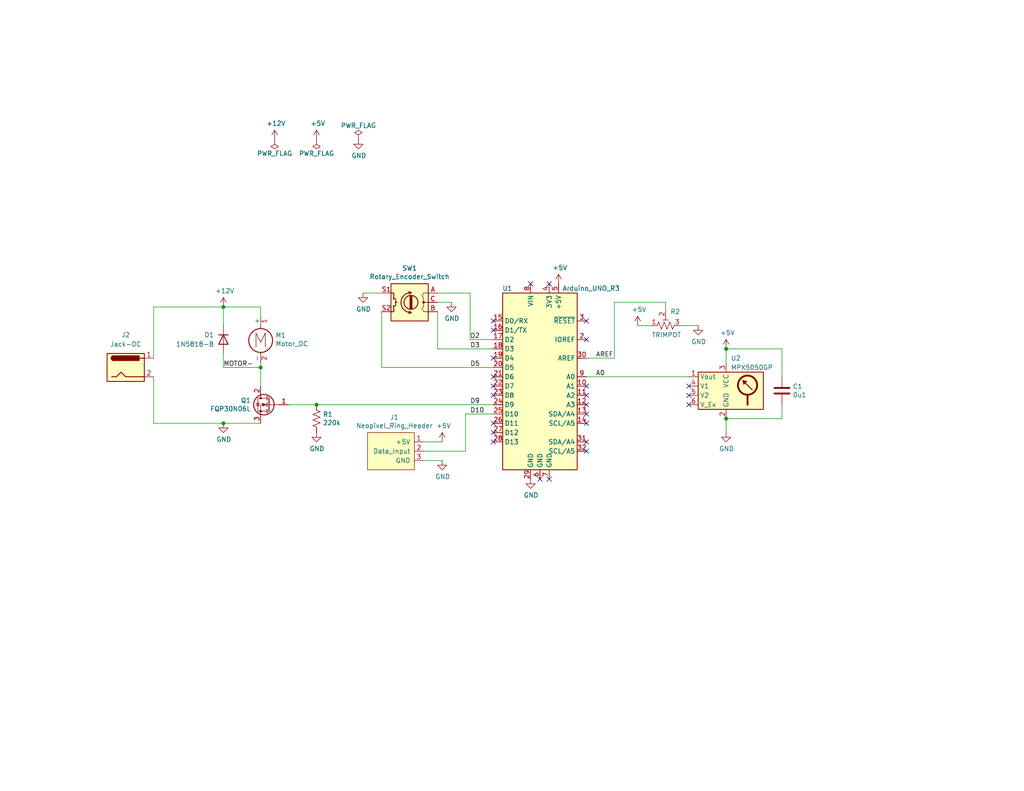
<source format=kicad_sch>
(kicad_sch (version 20211123) (generator eeschema)
  (paper "USLetter")
  (title_block (title "Protogasm") (date "2022-01-28") (rev "2.0") (company "sqrt10pi") (comment 1 "Based on previous community designs created by PA, Skier23, night-howler, and others"))
  (lib_symbols
    (symbol "Connector:Jack-DC" (pin_names (offset 1.016))
      (property "Reference" "J" (at 0 5.334 0))
      (property "Value" "Jack-DC" (at 0 -5.08 0))
      (symbol "Jack-DC_0_1"
        (rectangle (start -5.08 3.81) (end 5.08 -3.81) (stroke (width 0.254)) (fill (type background)))
        (arc (start -3.302 3.175) (mid -3.937 2.54) (end -3.302 1.905) (stroke (width 0.254)))
        (arc (start -3.302 3.175) (mid -3.937 2.54) (end -3.302 1.905) (stroke (width 0.254)) (fill (type outline)))
        (polyline (pts (xy 5.08 2.54) (xy 3.81 2.54)) (stroke (width 0.254)))
        (polyline (pts (xy -3.81 -2.54) (xy -2.54 -2.54) (xy -1.27 -1.27) (xy 0 -2.54) (xy 2.54 -2.54) (xy 5.08 -2.54)) (stroke (width 0.254)))
        (rectangle (start 3.683 3.175) (end -3.302 1.905) (stroke (width 0.254)) (fill (type outline)))
      )
      (symbol "Jack-DC_1_1"
        (pin passive line (at 7.62 2.54 180) (length 2.54) (name "~") (number "1"))
        (pin passive line (at 7.62 -2.54 180) (length 2.54) (name "~") (number "2"))
      )
    )
    (symbol "Device:C" (pin_numbers hide) (pin_names (offset 0.254))
      (property "Reference" "C" (at 0.635 2.54 0))
      (property "Value" "C" (at 0.635 -2.54 0))
      (symbol "C_0_1"
        (polyline (pts (xy -2.032 -0.762) (xy 2.032 -0.762)) (stroke (width 0.508)))
        (polyline (pts (xy -2.032 0.762) (xy 2.032 0.762)) (stroke (width 0.508)))
      )
      (symbol "C_1_1"
        (pin passive line (at 0 3.81 270) (length 2.794) (name "~") (number "1"))
        (pin passive line (at 0 -3.81 90) (length 2.794) (name "~") (number "2"))
      )
    )
    (symbol "Device:D" (pin_numbers hide) (pin_names (offset 1.016) hide)
      (property "Reference" "D" (at 0 2.54 0))
      (property "Value" "D" (at 0 -2.54 0))
      (symbol "D_0_1"
        (polyline (pts (xy -1.27 1.27) (xy -1.27 -1.27)) (stroke (width 0.254)))
        (polyline (pts (xy 1.27 0) (xy -1.27 0)))
        (polyline (pts (xy 1.27 1.27) (xy 1.27 -1.27) (xy -1.27 0) (xy 1.27 1.27)) (stroke (width 0.254)))
      )
      (symbol "D_1_1"
        (pin passive line (at -3.81 0 0) (length 2.54) (name "K") (number "1"))
        (pin passive line (at 3.81 0 180) (length 2.54) (name "A") (number "2"))
      )
    )
    (symbol "Device:Q_NMOS_GDS" (pin_names (offset 0) hide)
      (property "Reference" "Q" (at 5.08 1.27 0))
      (property "Value" "Q_NMOS_GDS" (at 5.08 -1.27 0))
      (symbol "Q_NMOS_GDS_0_1"
        (polyline (pts (xy 0.254 0) (xy -2.54 0)))
        (polyline (pts (xy 0.254 1.905) (xy 0.254 -1.905)) (stroke (width 0.254)))
        (polyline (pts (xy 0.762 -1.27) (xy 0.762 -2.286)) (stroke (width 0.254)))
        (polyline (pts (xy 0.762 0.508) (xy 0.762 -0.508)) (stroke (width 0.254)))
        (polyline (pts (xy 0.762 2.286) (xy 0.762 1.27)) (stroke (width 0.254)))
        (polyline (pts (xy 2.54 2.54) (xy 2.54 1.778)))
        (polyline (pts (xy 2.54 -2.54) (xy 2.54 0) (xy 0.762 0)))
        (polyline (pts (xy 0.762 -1.778) (xy 3.302 -1.778) (xy 3.302 1.778) (xy 0.762 1.778)))
        (polyline (pts (xy 1.016 0) (xy 2.032 0.381) (xy 2.032 -0.381) (xy 1.016 0)) (fill (type outline)))
        (polyline (pts (xy 2.794 0.508) (xy 2.921 0.381) (xy 3.683 0.381) (xy 3.81 0.254)))
        (polyline (pts (xy 3.302 0.381) (xy 2.921 -0.254) (xy 3.683 -0.254) (xy 3.302 0.381)))
        (circle (center 1.651 0) (radius 2.794) (stroke (width 0.254)))
        (circle (center 2.54 -1.778) (radius 0.254) (fill (type outline)))
        (circle (center 2.54 1.778) (radius 0.254) (fill (type outline)))
      )
      (symbol "Q_NMOS_GDS_1_1"
        (pin input line (at -5.08 0 0) (length 2.54) (name "G") (number "1"))
        (pin passive line (at 2.54 5.08 270) (length 2.54) (name "D") (number "2"))
        (pin passive line (at 2.54 -5.08 90) (length 2.54) (name "S") (number "3"))
      )
    )
    (symbol "Device:R_POT_TRIM_US" (pin_names (offset 1.016) hide)
      (property "Reference" "RV" (at -4.445 0 90))
      (property "Value" "R_POT_TRIM_US" (at -2.54 0 90))
      (symbol "R_POT_TRIM_US_0_1"
        (polyline (pts (xy 0 -2.286) (xy 0 -2.54)))
        (polyline (pts (xy 0 2.286) (xy 0 2.54)))
        (polyline (pts (xy 1.524 0.762) (xy 1.524 -0.762)))
        (polyline (pts (xy 2.54 0) (xy 1.524 0)))
        (polyline (pts (xy 0 -0.762) (xy 1.016 -1.143) (xy 0 -1.524) (xy -1.016 -1.905) (xy 0 -2.286)))
        (polyline (pts (xy 0 0.762) (xy 1.016 0.381) (xy 0 0) (xy -1.016 -0.381) (xy 0 -0.762)))
        (polyline (pts (xy 0 2.286) (xy 1.016 1.905) (xy 0 1.524) (xy -1.016 1.143) (xy 0 0.762)))
      )
      (symbol "R_POT_TRIM_US_1_1"
        (pin passive line (at 0 3.81 270) (length 1.27) (name "1") (number "1"))
        (pin passive line (at 3.81 0 180) (length 1.27) (name "2") (number "2"))
        (pin passive line (at 0 -3.81 90) (length 1.27) (name "3") (number "3"))
      )
    )
    (symbol "Device:R_US" (pin_numbers hide) (pin_names (offset 0))
      (property "Reference" "R" (at 2.54 0 90))
      (property "Value" "R_US" (at -2.54 0 90))
      (symbol "R_US_0_1"
        (polyline (pts (xy 0 -2.286) (xy 0 -2.54)))
        (polyline (pts (xy 0 2.286) (xy 0 2.54)))
        (polyline (pts (xy 0 -0.762) (xy 1.016 -1.143) (xy 0 -1.524) (xy -1.016 -1.905) (xy 0 -2.286)))
        (polyline (pts (xy 0 0.762) (xy 1.016 0.381) (xy 0 0) (xy -1.016 -0.381) (xy 0 -0.762)))
        (polyline (pts (xy 0 2.286) (xy 1.016 1.905) (xy 0 1.524) (xy -1.016 1.143) (xy 0 0.762)))
      )
      (symbol "R_US_1_1"
        (pin passive line (at 0 3.81 270) (length 1.27) (name "~") (number "1"))
        (pin passive line (at 0 -3.81 90) (length 1.27) (name "~") (number "2"))
      )
    )
    (symbol "Device:Rotary_Encoder_Switch" (pin_names (offset 0.254) hide)
      (property "Reference" "SW" (at 0 6.604 0))
      (property "Value" "Rotary_Encoder_Switch" (at 0 -6.604 0))
      (symbol "Rotary_Encoder_Switch_0_1"
        (rectangle (start -5.08 5.08) (end 5.08 -5.08) (stroke (width 0.254)) (fill (type background)))
        (circle (center -3.81 0) (radius 0.254) (fill (type outline)))
        (arc (start -0.381 -2.794) (mid 2.3622 -0.0635) (end -0.381 2.667) (stroke (width 0.254)))
        (circle (center -0.381 0) (radius 1.905) (stroke (width 0.254)))
        (polyline (pts (xy -0.635 -1.778) (xy -0.635 1.778)) (stroke (width 0.254)))
        (polyline (pts (xy -0.381 -1.778) (xy -0.381 1.778)) (stroke (width 0.254)))
        (polyline (pts (xy -0.127 1.778) (xy -0.127 -1.778)) (stroke (width 0.254)))
        (polyline (pts (xy 3.81 0) (xy 3.429 0)) (stroke (width 0.254)))
        (polyline (pts (xy 3.81 1.016) (xy 3.81 -1.016)) (stroke (width 0.254)))
        (polyline (pts (xy -5.08 -2.54) (xy -3.81 -2.54) (xy -3.81 -2.032)))
        (polyline (pts (xy -5.08 2.54) (xy -3.81 2.54) (xy -3.81 2.032)))
        (polyline (pts (xy 0.254 -3.048) (xy -0.508 -2.794) (xy 0.127 -2.413)) (stroke (width 0.254)))
        (polyline (pts (xy 0.254 2.921) (xy -0.508 2.667) (xy 0.127 2.286)) (stroke (width 0.254)))
        (polyline (pts (xy 5.08 -2.54) (xy 4.318 -2.54) (xy 4.318 -1.016)) (stroke (width 0.254)))
        (polyline (pts (xy 5.08 2.54) (xy 4.318 2.54) (xy 4.318 1.016)) (stroke (width 0.254)))
        (polyline (pts (xy -5.08 0) (xy -3.81 0) (xy -3.81 -1.016) (xy -3.302 -2.032)))
        (polyline (pts (xy -4.318 0) (xy -3.81 0) (xy -3.81 1.016) (xy -3.302 2.032)))
        (circle (center 4.318 -1.016) (radius 0.127) (stroke (width 0.254)))
        (circle (center 4.318 1.016) (radius 0.127) (stroke (width 0.254)))
      )
      (symbol "Rotary_Encoder_Switch_1_1"
        (pin passive line (at -7.62 2.54 0) (length 2.54) (name "A") (number "A"))
        (pin passive line (at -7.62 -2.54 0) (length 2.54) (name "B") (number "B"))
        (pin passive line (at -7.62 0 0) (length 2.54) (name "C") (number "C"))
        (pin passive line (at 7.62 2.54 180) (length 2.54) (name "S1") (number "S1"))
        (pin passive line (at 7.62 -2.54 180) (length 2.54) (name "S2") (number "S2"))
      )
    )
    (symbol "MCU_Module:Arduino_UNO_R3"
      (property "Reference" "A" (at -10.16 23.495 0))
      (property "Value" "Arduino_UNO_R3" (at 5.08 -26.67 0))
      (symbol "Arduino_UNO_R3_0_1"
        (rectangle (start -10.16 22.86) (end 10.16 -25.4) (stroke (width 0.254)) (fill (type background)))
      )
      (symbol "Arduino_UNO_R3_1_1"
        (pin no_connect line (at -10.16 -20.32 0) (length 2.54) hide (name "NC") (number "1"))
        (pin bidirectional line (at 12.7 -2.54 180) (length 2.54) (name "A1") (number "10"))
        (pin bidirectional line (at 12.7 -5.08 180) (length 2.54) (name "A2") (number "11"))
        (pin bidirectional line (at 12.7 -7.62 180) (length 2.54) (name "A3") (number "12"))
        (pin bidirectional line (at 12.7 -10.16 180) (length 2.54) (name "SDA/A4") (number "13"))
        (pin bidirectional line (at 12.7 -12.7 180) (length 2.54) (name "SCL/A5") (number "14"))
        (pin bidirectional line (at -12.7 15.24 0) (length 2.54) (name "D0/RX") (number "15"))
        (pin bidirectional line (at -12.7 12.7 0) (length 2.54) (name "D1/TX") (number "16"))
        (pin bidirectional line (at -12.7 10.16 0) (length 2.54) (name "D2") (number "17"))
        (pin bidirectional line (at -12.7 7.62 0) (length 2.54) (name "D3") (number "18"))
        (pin bidirectional line (at -12.7 5.08 0) (length 2.54) (name "D4") (number "19"))
        (pin output line (at 12.7 10.16 180) (length 2.54) (name "IOREF") (number "2"))
        (pin bidirectional line (at -12.7 2.54 0) (length 2.54) (name "D5") (number "20"))
        (pin bidirectional line (at -12.7 0 0) (length 2.54) (name "D6") (number "21"))
        (pin bidirectional line (at -12.7 -2.54 0) (length 2.54) (name "D7") (number "22"))
        (pin bidirectional line (at -12.7 -5.08 0) (length 2.54) (name "D8") (number "23"))
        (pin bidirectional line (at -12.7 -7.62 0) (length 2.54) (name "D9") (number "24"))
        (pin bidirectional line (at -12.7 -10.16 0) (length 2.54) (name "D10") (number "25"))
        (pin bidirectional line (at -12.7 -12.7 0) (length 2.54) (name "D11") (number "26"))
        (pin bidirectional line (at -12.7 -15.24 0) (length 2.54) (name "D12") (number "27"))
        (pin bidirectional line (at -12.7 -17.78 0) (length 2.54) (name "D13") (number "28"))
        (pin power_in line (at -2.54 -27.94 90) (length 2.54) (name "GND") (number "29"))
        (pin input line (at 12.7 15.24 180) (length 2.54) (name "~{RESET}") (number "3"))
        (pin input line (at 12.7 5.08 180) (length 2.54) (name "AREF") (number "30"))
        (pin bidirectional line (at 12.7 -17.78 180) (length 2.54) (name "SDA/A4") (number "31"))
        (pin bidirectional line (at 12.7 -20.32 180) (length 2.54) (name "SCL/A5") (number "32"))
        (pin power_out line (at 2.54 25.4 270) (length 2.54) (name "3V3") (number "4"))
        (pin power_out line (at 5.08 25.4 270) (length 2.54) (name "+5V") (number "5"))
        (pin power_in line (at 0 -27.94 90) (length 2.54) (name "GND") (number "6"))
        (pin power_in line (at 2.54 -27.94 90) (length 2.54) (name "GND") (number "7"))
        (pin power_in line (at -2.54 25.4 270) (length 2.54) (name "VIN") (number "8"))
        (pin bidirectional line (at 12.7 0 180) (length 2.54) (name "A0") (number "9"))
      )
    )
    (symbol "Motor:Motor_DC" (pin_names (offset 0))
      (property "Reference" "M" (at 2.54 2.54 0))
      (property "Value" "Motor_DC" (at 2.54 -5.08 0))
      (symbol "Motor_DC_0_0"
        (polyline (pts (xy -1.27 -3.302) (xy -1.27 0.508) (xy 0 -2.032) (xy 1.27 0.508) (xy 1.27 -3.302)))
      )
      (symbol "Motor_DC_0_1"
        (circle (center 0 -1.524) (radius 3.2512) (stroke (width 0.254)))
        (polyline (pts (xy 0 -7.62) (xy 0 -7.112)))
        (polyline (pts (xy 0 -4.7752) (xy 0 -5.1816)))
        (polyline (pts (xy 0 1.7272) (xy 0 2.0828)))
        (polyline (pts (xy 0 2.032) (xy 0 2.54)))
      )
      (symbol "Motor_DC_1_1"
        (pin passive line (at 0 5.08 270) (length 2.54) (name "+") (number "1"))
        (pin passive line (at 0 -7.62 90) (length 2.54) (name "-") (number "2"))
      )
    )
    (symbol "custom-symbols:MPX5050GP"
      (property "Reference" "U" (at -10.16 6.35 0))
      (property "Value" "MPX5050GP" (at 1.27 6.35 0))
      (symbol "MPX5050GP_0_1"
        (circle (center -5.842 1.524) (radius 2.6162) (stroke (width 0.508)))
        (polyline (pts (xy -7.112 0.254) (xy -4.572 2.794)) (stroke (width 0.254)))
        (polyline (pts (xy -5.842 -1.27) (xy -5.842 -3.81)) (stroke (width 0.508)))
        (polyline (pts (xy -4.572 2.794) (xy -4.826 1.778) (xy -5.588 2.54) (xy -4.572 2.794)) (stroke (width 0.254)) (fill (type outline)))
        (rectangle (start 7.62 5.08) (end -10.16 -5.08) (stroke (width 0.254)) (fill (type background)))
      )
      (symbol "MPX5050GP_1_1"
        (pin output line (at 10.16 3.81 180) (length 2.54) (name "Vout") (number "1"))
        (pin power_in line (at 0 -7.62 90) (length 2.54) (name "GND") (number "2"))
        (pin power_in line (at 0 7.62 270) (length 2.54) (name "VCC") (number "3"))
        (pin output line (at 10.16 1.27 180) (length 2.54) (name "V1") (number "4"))
        (pin output line (at 10.16 -1.27 180) (length 2.54) (name "V2") (number "5"))
        (pin output line (at 10.16 -3.81 180) (length 2.54) (name "V_Ex") (number "6"))
      )
    )
    (symbol "custom-symbols:Neopixel_Ring_Header" (pin_names (offset 1.016))
      (property "Reference" "J" (at 0 8.89 0))
      (property "Value" "Neopixel_Ring_Header" (at 3.81 6.35 0))
      (symbol "Neopixel_Ring_Header_0_1"
        (rectangle (start 6.35 5.08) (end -6.35 -5.08) (fill (type background)))
      )
      (symbol "Neopixel_Ring_Header_1_1"
        (pin power_in line (at 8.89 2.54 180) (length 2.54) (name "+5V") (number "1"))
        (pin input line (at 8.89 0 180) (length 2.54) (name "Data_Input") (number "2"))
        (pin power_in line (at 8.89 -2.54 180) (length 2.54) (name "GND") (number "3"))
      )
    )
    (symbol "power:+12V" (power) (pin_names (offset 0))
      (property "Value" "+12V" (at 0 3.556 0))
      (symbol "+12V_0_1"
        (polyline (pts (xy -0.762 1.27) (xy 0 2.54)))
        (polyline (pts (xy 0 0) (xy 0 2.54)))
        (polyline (pts (xy 0 2.54) (xy 0.762 1.27)))
      )
      (symbol "+12V_1_1"
        (pin power_in line (at 0 0 90) (length 0) hide (name "+12V") (number "1"))
      )
    )
    (symbol "power:+5V" (power) (pin_names (offset 0))
      (property "Value" "+5V" (at 0 3.556 0))
      (symbol "+5V_0_1"
        (polyline (pts (xy -0.762 1.27) (xy 0 2.54)))
        (polyline (pts (xy 0 0) (xy 0 2.54)))
        (polyline (pts (xy 0 2.54) (xy 0.762 1.27)))
      )
      (symbol "+5V_1_1"
        (pin power_in line (at 0 0 90) (length 0) hide (name "+5V") (number "1"))
      )
    )
    (symbol "power:GND" (power) (pin_names (offset 0))
      (property "Value" "GND" (at 0 -3.81 0))
      (symbol "GND_0_1"
        (polyline (pts (xy 0 0) (xy 0 -1.27) (xy 1.27 -1.27) (xy 0 -2.54) (xy -1.27 -1.27) (xy 0 -1.27)))
      )
      (symbol "GND_1_1"
        (pin power_in line (at 0 0 270) (length 0) hide (name "GND") (number "1"))
      )
    )
    (symbol "power:PWR_FLAG" (power) (pin_numbers hide) (pin_names (offset 0) hide)
      (property "Value" "PWR_FLAG" (at 0 3.81 0))
      (symbol "PWR_FLAG_0_0"
        (pin power_out line (at 0 0 90) (length 0) (name "pwr") (number "1"))
      )
      (symbol "PWR_FLAG_0_1"
        (polyline (pts (xy 0 0) (xy 0 1.27) (xy -1.016 1.905) (xy 0 2.54) (xy 1.016 1.905) (xy 0 1.27)))
      )
    )
  )
  (junction (at 60.96 83.82))
  (junction (at 86.36 110.49))
  (junction (at 60.96 115.57))
  (junction (at 198.12 95.25))
  (junction (at 71.12 100.33))
  (junction (at 198.12 114.3))
  (no_connect (at 160.02 120.65))
  (no_connect (at 134.62 107.95))
  (no_connect (at 160.02 110.49))
  (no_connect (at 160.02 105.41))
  (no_connect (at 160.02 113.03))
  (no_connect (at 187.96 110.49))
  (no_connect (at 134.62 90.17))
  (no_connect (at 134.62 105.41))
  (no_connect (at 160.02 115.57))
  (no_connect (at 134.62 118.11))
  (no_connect (at 149.86 130.81))
  (no_connect (at 149.86 77.47))
  (no_connect (at 134.62 120.65))
  (no_connect (at 160.02 92.71))
  (no_connect (at 147.32 130.81))
  (no_connect (at 160.02 107.95))
  (no_connect (at 144.78 77.47))
  (no_connect (at 187.96 105.41))
  (no_connect (at 134.62 115.57))
  (no_connect (at 187.96 107.95))
  (no_connect (at 160.02 123.19))
  (no_connect (at 160.02 87.63))
  (no_connect (at 134.62 102.87))
  (no_connect (at 134.62 87.63))
  (no_connect (at 134.62 97.79))
  (wire (pts (xy 119.38 95.25) (xy 119.38 85.09)))
  (wire (pts (xy 115.57 123.19) (xy 127 123.19)))
  (wire (pts (xy 41.91 83.82) (xy 60.96 83.82)))
  (wire (pts (xy 185.42 88.9) (xy 190.5 88.9)))
  (wire (pts (xy 86.36 110.49) (xy 134.62 110.49)))
  (wire (pts (xy 213.36 95.25) (xy 198.12 95.25)))
  (wire (pts (xy 181.61 82.55) (xy 167.64 82.55)))
  (wire (pts (xy 134.62 92.71) (xy 128.27 92.71)))
  (wire (pts (xy 99.06 80.01) (xy 104.14 80.01)))
  (wire (pts (xy 71.12 99.06) (xy 71.12 100.33)))
  (wire (pts (xy 181.61 85.09) (xy 181.61 82.55)))
  (wire (pts (xy 60.96 100.33) (xy 60.96 96.52)))
  (wire (pts (xy 71.12 100.33) (xy 71.12 105.41)))
  (wire (pts (xy 71.12 83.82) (xy 60.96 83.82)))
  (wire (pts (xy 128.27 80.01) (xy 119.38 80.01)))
  (wire (pts (xy 127 123.19) (xy 127 113.03)))
  (wire (pts (xy 213.36 114.3) (xy 213.36 110.49)))
  (wire (pts (xy 198.12 114.3) (xy 198.12 118.11)))
  (wire (pts (xy 127 113.03) (xy 134.62 113.03)))
  (wire (pts (xy 213.36 102.87) (xy 213.36 95.25)))
  (wire (pts (xy 41.91 115.57) (xy 60.96 115.57)))
  (wire (pts (xy 104.14 100.33) (xy 134.62 100.33)))
  (wire (pts (xy 160.02 97.79) (xy 167.64 97.79)))
  (wire (pts (xy 115.57 120.65) (xy 120.65 120.65)))
  (wire (pts (xy 187.96 102.87) (xy 160.02 102.87)))
  (wire (pts (xy 115.57 125.73) (xy 120.65 125.73)))
  (wire (pts (xy 71.12 100.33) (xy 60.96 100.33)))
  (wire (pts (xy 167.64 82.55) (xy 167.64 97.79)))
  (wire (pts (xy 119.38 82.55) (xy 123.19 82.55)))
  (wire (pts (xy 177.8 88.9) (xy 173.99 88.9)))
  (wire (pts (xy 104.14 100.33) (xy 104.14 85.09)))
  (wire (pts (xy 198.12 114.3) (xy 213.36 114.3)))
  (wire (pts (xy 41.91 102.87) (xy 41.91 115.57)))
  (wire (pts (xy 71.12 86.36) (xy 71.12 83.82)))
  (wire (pts (xy 60.96 83.82) (xy 60.96 88.9)))
  (wire (pts (xy 78.74 110.49) (xy 86.36 110.49)))
  (wire (pts (xy 60.96 115.57) (xy 71.12 115.57)))
  (wire (pts (xy 41.91 83.82) (xy 41.91 97.79)))
  (wire (pts (xy 134.62 95.25) (xy 119.38 95.25)))
  (wire (pts (xy 128.27 92.71) (xy 128.27 80.01)))
  (wire (pts (xy 198.12 99.06) (xy 198.12 95.25)))
  (label "D2" (at 128.27 92.71 0))
  (label "D10" (at 128.27 113.03 0))
  (label "AREF" (at 162.56 97.79 0))
  (label "D5" (at 128.27 100.33 0))
  (label "D9" (at 128.27 110.49 0))
  (label "D3" (at 128.27 95.25 0))
  (label "A0" (at 162.56 102.87 0))
  (label "MOTOR-" (at 60.96 100.33 0))
  (symbol (lib_id "MCU_Module:Arduino_UNO_R3") (at 147.32 102.87 0) (unit 1)
    (property "Reference" "U1" (at 138.43 78.74 0))
    (property "Value" "Arduino_UNO_R3" (at 161.29 78.74 0))
    (property "Footprint" "Module:Arduino_UNO_R3_WithMountingHoles" (effects hide))
    (property "Datasheet" "https://www.arduino.cc/en/Main/arduinoBoardUno" (effects hide))
  )
  (symbol (lib_id "custom-symbols:Neopixel_Ring_Header") (at 106.68 123.19 0) (unit 1)
    (property "Reference" "J1" (at 107.6198 113.919 0))
    (property "Value" "Neopixel_Ring_Header" (at 107.6198 116.2304 0))
    (property "Footprint" "custom-footprints:Neopixel_Ring_WirePins" (effects hide))
    (property "Datasheet" "https://www.adafruit.com/product/2268" (effects hide))
  )
  (symbol (lib_id "Motor:Motor_DC") (at 71.12 91.44 0) (unit 1)
    (property "Reference" "M1" (at 75.1332 91.5416 0) (effects (justify left)))
    (property "Value" "Motor_DC" (at 75.1332 93.853 0) (effects (justify left)))
    (property "Footprint" "custom-footprints:Motor_DC_WirePins" (effects hide))
  )
  (symbol (lib_id "Device:R_POT_TRIM_US") (at 181.61 88.9 90) (unit 1)
    (property "Reference" "R2" (at 182.88 85.09 90) (effects (justify right)))
    (property "Value" "TRIMPOT" (at 177.8 91.44 90) (effects (justify right)))
    (property "Footprint" "custom-footprints:uxcell_TRIMPOT" (effects hide))
  )
  (symbol (lib_id "Device:Rotary_Encoder_Switch") (at 111.76 82.55 0) (mirror y) (unit 1)
    (property "Reference" "SW1" (at 111.76 73.2282 0))
    (property "Value" "Rotary_Encoder_Switch" (at 111.76 75.5396 0))
    (property "Footprint" "Rotary_Encoder:RotaryEncoder_Alps_EC12E-Switch_Vertical_H20mm" (effects hide))
  )
  (symbol (lib_id "custom-symbols:MPX5050GP") (at 198.12 106.68 0) (mirror y) (unit 1)
    (property "Reference" "U2" (at 199.39 97.79 0) (effects (justify right)))
    (property "Value" "MPX5050GP" (at 199.39 100.33 0) (effects (justify right)))
    (property "Footprint" "custom-footprints:MPX5050GP" (effects hide))
    (property "Datasheet" "https://www.farnell.com/datasheets/673750.pdf" (effects hide))
  )
  (symbol (lib_id "Device:D") (at 60.96 92.71 270) (unit 1)
    (property "Reference" "D1" (at 58.42 91.44 90) (effects (justify right)))
    (property "Value" "1N5818-B" (at 58.42 93.98 90) (effects (justify right)))
    (property "Footprint" "Diode_THT:D_A-405_P7.62mm_Horizontal" (effects hide))
  )
  (symbol (lib_id "Device:Q_NMOS_GDS") (at 73.66 110.49 0) (mirror y) (unit 1)
    (property "Reference" "Q1" (at 68.453 109.3216 0) (effects (justify left)))
    (property "Value" "FQP30N06L" (at 68.453 111.633 0) (effects (justify left)))
    (property "Footprint" "Package_TO_SOT_THT:TO-220-3_Horizontal_TabDown" (effects hide))
  )
  (symbol (lib_id "Device:R_US") (at 86.36 114.3 0) (unit 1)
    (property "Reference" "R1" (at 88.0872 113.1316 0) (effects (justify left)))
    (property "Value" "220k" (at 88.0872 115.443 0) (effects (justify left)))
    (property "Footprint" "Resistor_THT:R_Axial_DIN0207_L6.3mm_D2.5mm_P7.62mm_Horizontal" (effects hide))
  )
  (symbol (lib_id "Device:C") (at 213.36 106.68 0) (unit 1)
    (property "Reference" "C1" (at 216.281 105.5116 0) (effects (justify left)))
    (property "Value" "0u1" (at 216.281 107.823 0) (effects (justify left)))
    (property "Footprint" "Capacitor_THT:C_Disc_D5.0mm_W2.5mm_P2.50mm" (effects hide))
  )
  (symbol (lib_id "power:+5V") (at 173.99 88.9 0) (unit 1)
    (property "Reference" "#PWR0114" (effects hide))
    (property "Value" "+5V" (at 174.371 84.5058 0))
  )
  (symbol (lib_id "power:GND") (at 190.5 88.9 0) (unit 1)
    (property "Reference" "#PWR0113" (effects hide))
    (property "Value" "GND" (at 190.627 93.2942 0))
  )
  (symbol (lib_id "power:+5V") (at 120.65 120.65 0) (unit 1)
    (property "Reference" "#PWR0101" (effects hide))
    (property "Value" "+5V" (at 121.031 116.2558 0))
  )
  (symbol (lib_id "power:GND") (at 198.12 118.11 0) (unit 1)
    (property "Reference" "#PWR0103" (effects hide))
    (property "Value" "GND" (at 198.247 122.5042 0))
  )
  (symbol (lib_id "power:+5V") (at 198.12 95.25 0) (unit 1)
    (property "Reference" "#PWR0104" (effects hide))
    (property "Value" "+5V" (at 198.501 90.8558 0))
  )
  (symbol (lib_id "power:GND") (at 120.65 125.73 0) (unit 1)
    (property "Reference" "#PWR0102" (effects hide))
    (property "Value" "GND" (at 120.777 130.1242 0))
  )
  (symbol (lib_id "power:GND") (at 60.96 115.57 0) (unit 1)
    (property "Reference" "#PWR0107" (effects hide))
    (property "Value" "GND" (at 61.087 119.9642 0))
  )
  (symbol (lib_id "power:GND") (at 123.19 82.55 0) (unit 1)
    (property "Reference" "#PWR0105" (effects hide))
    (property "Value" "GND" (at 123.317 86.9442 0))
  )
  (symbol (lib_id "power:GND") (at 99.06 80.01 0) (unit 1)
    (property "Reference" "#PWR0106" (effects hide))
    (property "Value" "GND" (at 99.187 84.4042 0))
  )
  (symbol (lib_id "power:GND") (at 86.36 118.11 0) (unit 1)
    (property "Reference" "#PWR0108" (effects hide))
    (property "Value" "GND" (at 86.487 122.5042 0))
  )
  (symbol (lib_id "power:+5V") (at 152.4 77.47 0) (unit 1)
    (property "Reference" "#PWR0110" (effects hide))
    (property "Value" "+5V" (at 152.781 73.0758 0))
  )
  (symbol (lib_id "power:GND") (at 144.78 130.81 0) (unit 1)
    (property "Reference" "#PWR0111" (effects hide))
    (property "Value" "GND" (at 144.907 135.2042 0))
  )
  (symbol (lib_id "power:PWR_FLAG") (at 97.79 38.1 0) (unit 1)
    (property "Reference" "#FLG03" (effects hide))
    (property "Value" "PWR_FLAG" (at 97.79 34.29 0))
  )
  (symbol (lib_id "power:PWR_FLAG") (at 86.36 38.1 180) (unit 1)
    (property "Reference" "#FLG02" (effects hide))
    (property "Value" "PWR_FLAG" (at 86.36 41.91 0))
  )
  (symbol (lib_id "Connector:Jack-DC") (at 34.29 100.33 0) (unit 1)
    (property "Reference" "J2" (at 34.29 91.44 0))
    (property "Value" "Jack-DC" (at 34.29 93.98 0))
    (property "Footprint" "custom-footprints:2.1mm DC Barrel Jack" (effects hide))
  )
  (symbol (lib_id "power:+5V") (at 86.36 38.1 0) (unit 1)
    (property "Reference" "#PWR03" (effects hide))
    (property "Value" "+5V" (at 86.741 33.7058 0))
  )
  (symbol (lib_id "power:GND") (at 97.79 38.1 0) (unit 1)
    (property "Reference" "#PWR04" (effects hide))
    (property "Value" "GND" (at 97.917 42.4942 0))
  )
  (symbol (lib_id "power:+12V") (at 74.93 38.1 0) (unit 1)
    (property "Reference" "#PWR02" (effects hide))
    (property "Value" "+12V" (at 75.311 33.7058 0))
  )
  (symbol (lib_id "power:PWR_FLAG") (at 74.93 38.1 180) (unit 1)
    (property "Reference" "#FLG01" (effects hide))
    (property "Value" "PWR_FLAG" (at 74.93 41.91 0))
  )
  (symbol (lib_id "power:+12V") (at 60.96 83.82 0) (unit 1)
    (property "Reference" "#PWR01" (effects hide))
    (property "Value" "+12V" (at 61.341 79.4258 0))
  )
)
</source>
